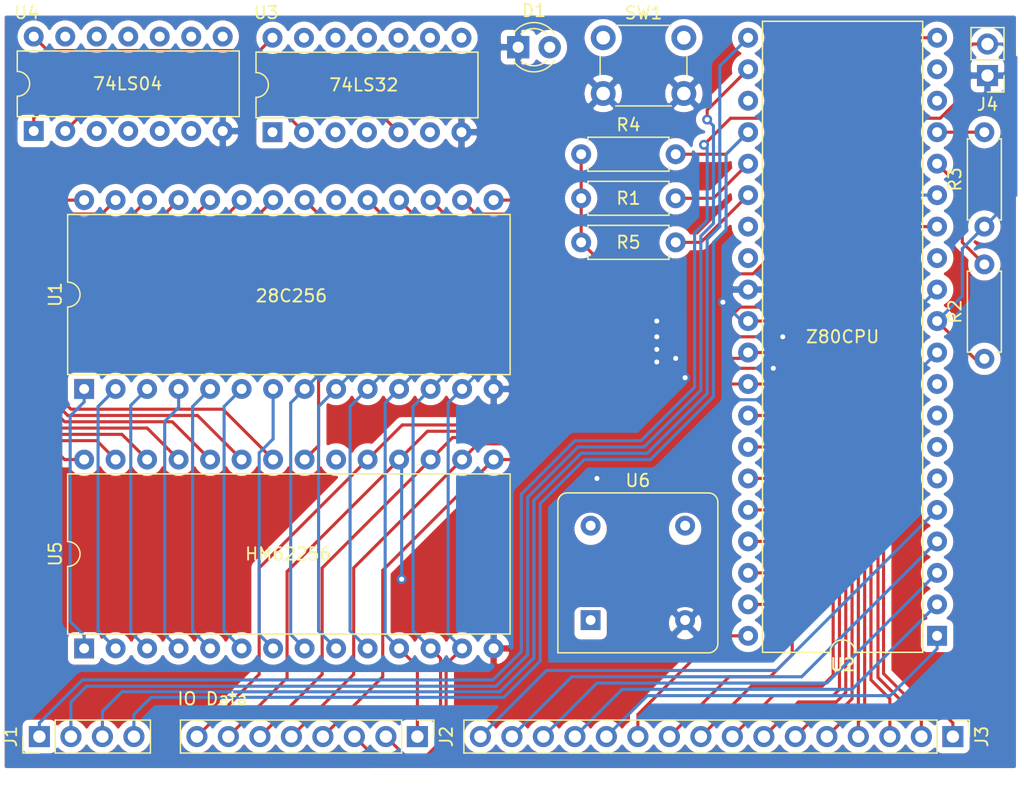
<source format=kicad_pcb>
(kicad_pcb (version 20171130) (host pcbnew 5.1.4)
  (layers (0 F.Cu signal) (31 B.Cu signal) (34 B.Paste user) (35 F.Paste user) (36 B.SilkS user) (37 F.SilkS user) (38 B.Mask user) (39 F.Mask user) (44 Edge.Cuts user))
  (net 0 "")
  (net 1 GND)
  (net 2 "Net-(D1-Pad2)")
  (net 3 IOREQ)
  (net 4 WR)
  (net 5 RD)
  (net 6 "Net-(J2-Pad1)")
  (net 7 "Net-(J2-Pad2)")
  (net 8 "Net-(J2-Pad3)")
  (net 9 "Net-(J2-Pad4)")
  (net 10 "Net-(J2-Pad5)")
  (net 11 "Net-(J2-Pad6)")
  (net 12 "Net-(J2-Pad7)")
  (net 13 "Net-(J2-Pad8)")
  (net 14 "Net-(J3-Pad1)")
  (net 15 "Net-(J3-Pad2)")
  (net 16 "Net-(J3-Pad3)")
  (net 17 "Net-(J3-Pad4)")
  (net 18 "Net-(J3-Pad5)")
  (net 19 "Net-(J3-Pad6)")
  (net 20 "Net-(J3-Pad7)")
  (net 21 "Net-(J3-Pad8)")
  (net 22 "Net-(J3-Pad9)")
  (net 23 "Net-(J3-Pad10)")
  (net 24 "Net-(J3-Pad11)")
  (net 25 "Net-(J3-Pad12)")
  (net 26 "Net-(J3-Pad13)")
  (net 27 "Net-(J3-Pad14)")
  (net 28 "Net-(J3-Pad15)")
  (net 29 A15)
  (net 30 VCC)
  (net 31 BUSREQ)
  (net 32 INT)
  (net 33 NMI)
  (net 34 WAIT)
  (net 35 "Net-(R5-Pad2)")
  (net 36 ROM_Lower)
  (net 37 "Net-(U2-Pad23)")
  (net 38 "Net-(U2-Pad6)")
  (net 39 "Net-(U2-Pad28)")
  (net 40 "Net-(U2-Pad18)")
  (net 41 MREQ)
  (net 42 "Net-(U3-Pad2)")
  (net 43 RAM_Upper)
  (net 44 "Net-(U6-Pad1)")
  (module Package_DIP:DIP-28_W15.24mm (layer F.Cu) (at 80.823001 147.32 90)
    (fp_text reference U5 (at 7.62 -2.33 90) (layer F.SilkS))
    (fp_text value HM62256 (at 7.62 16.458999 180) (layer F.SilkS))
    (pad 1 thru_hole rect (at 0 0 90) (size 1.6 1.6) (drill 0.8) (layers *.Cu *.Mask) (net 28 "Net-(J3-Pad15)"))
    (pad 15 thru_hole oval (at 15.24 33.02 90) (size 1.6 1.6) (drill 0.8) (layers *.Cu *.Mask) (net 9 "Net-(J2-Pad4)"))
    (pad 2 thru_hole oval (at 0 2.54 90) (size 1.6 1.6) (drill 0.8) (layers *.Cu *.Mask) (net 26 "Net-(J3-Pad13)"))
    (pad 16 thru_hole oval (at 15.24 30.48 90) (size 1.6 1.6) (drill 0.8) (layers *.Cu *.Mask) (net 10 "Net-(J2-Pad5)"))
    (pad 3 thru_hole oval (at 0 5.08 90) (size 1.6 1.6) (drill 0.8) (layers *.Cu *.Mask) (net 21 "Net-(J3-Pad8)"))
    (pad 17 thru_hole oval (at 15.24 27.94 90) (size 1.6 1.6) (drill 0.8) (layers *.Cu *.Mask) (net 11 "Net-(J2-Pad6)"))
    (pad 4 thru_hole oval (at 0 7.62 90) (size 1.6 1.6) (drill 0.8) (layers *.Cu *.Mask) (net 20 "Net-(J3-Pad7)"))
    (pad 18 thru_hole oval (at 15.24 25.4 90) (size 1.6 1.6) (drill 0.8) (layers *.Cu *.Mask) (net 12 "Net-(J2-Pad7)"))
    (pad 5 thru_hole oval (at 0 10.16 90) (size 1.6 1.6) (drill 0.8) (layers *.Cu *.Mask) (net 19 "Net-(J3-Pad6)"))
    (pad 19 thru_hole oval (at 15.24 22.86 90) (size 1.6 1.6) (drill 0.8) (layers *.Cu *.Mask) (net 13 "Net-(J2-Pad8)"))
    (pad 6 thru_hole oval (at 0 12.7 90) (size 1.6 1.6) (drill 0.8) (layers *.Cu *.Mask) (net 18 "Net-(J3-Pad5)"))
    (pad 20 thru_hole oval (at 15.24 20.32 90) (size 1.6 1.6) (drill 0.8) (layers *.Cu *.Mask) (net 43 RAM_Upper))
    (pad 7 thru_hole oval (at 0 15.24 90) (size 1.6 1.6) (drill 0.8) (layers *.Cu *.Mask) (net 17 "Net-(J3-Pad4)"))
    (pad 21 thru_hole oval (at 15.24 17.78 90) (size 1.6 1.6) (drill 0.8) (layers *.Cu *.Mask) (net 24 "Net-(J3-Pad11)"))
    (pad 8 thru_hole oval (at 0 17.78 90) (size 1.6 1.6) (drill 0.8) (layers *.Cu *.Mask) (net 16 "Net-(J3-Pad3)"))
    (pad 22 thru_hole oval (at 15.24 15.24 90) (size 1.6 1.6) (drill 0.8) (layers *.Cu *.Mask) (net 5 RD))
    (pad 9 thru_hole oval (at 0 20.32 90) (size 1.6 1.6) (drill 0.8) (layers *.Cu *.Mask) (net 15 "Net-(J3-Pad2)"))
    (pad 23 thru_hole oval (at 15.24 12.7 90) (size 1.6 1.6) (drill 0.8) (layers *.Cu *.Mask) (net 25 "Net-(J3-Pad12)"))
    (pad 10 thru_hole oval (at 0 22.86 90) (size 1.6 1.6) (drill 0.8) (layers *.Cu *.Mask) (net 14 "Net-(J3-Pad1)"))
    (pad 24 thru_hole oval (at 15.24 10.16 90) (size 1.6 1.6) (drill 0.8) (layers *.Cu *.Mask) (net 23 "Net-(J3-Pad10)"))
    (pad 11 thru_hole oval (at 0 25.4 90) (size 1.6 1.6) (drill 0.8) (layers *.Cu *.Mask) (net 6 "Net-(J2-Pad1)"))
    (pad 25 thru_hole oval (at 15.24 7.62 90) (size 1.6 1.6) (drill 0.8) (layers *.Cu *.Mask) (net 22 "Net-(J3-Pad9)"))
    (pad 12 thru_hole oval (at 0 27.94 90) (size 1.6 1.6) (drill 0.8) (layers *.Cu *.Mask) (net 7 "Net-(J2-Pad2)"))
    (pad 26 thru_hole oval (at 15.24 5.08 90) (size 1.6 1.6) (drill 0.8) (layers *.Cu *.Mask) (net 27 "Net-(J3-Pad14)"))
    (pad 13 thru_hole oval (at 0 30.48 90) (size 1.6 1.6) (drill 0.8) (layers *.Cu *.Mask) (net 8 "Net-(J2-Pad3)"))
    (pad 27 thru_hole oval (at 15.24 2.54 90) (size 1.6 1.6) (drill 0.8) (layers *.Cu *.Mask) (net 4 WR))
    (pad 14 thru_hole oval (at 0 33.02 90) (size 1.6 1.6) (drill 0.8) (layers *.Cu *.Mask) (net 1 GND))
    (pad 28 thru_hole oval (at 15.24 0 90) (size 1.6 1.6) (drill 0.8) (layers *.Cu *.Mask) (net 30 VCC))
  )
  (module Connector_PinHeader_2.54mm:PinHeader_1x04_P2.54mm_Vertical (layer F.Cu) (at 77.216 154.432 90)
    (fp_text reference J1 (at 0 -2.33 90) (layer F.SilkS))
    (fp_text value "IO Control")
    (pad 1 thru_hole rect (at 0 0 90) (size 1.7 1.7) (drill 1) (layers *.Cu *.Mask) (net 3 IOREQ))
    (pad 2 thru_hole oval (at 0 2.54 90) (size 1.7 1.7) (drill 1) (layers *.Cu *.Mask) (net 4 WR))
    (pad 3 thru_hole oval (at 0 5.08 90) (size 1.7 1.7) (drill 1) (layers *.Cu *.Mask) (net 5 RD))
    (pad 4 thru_hole oval (at 0 7.62 90) (size 1.7 1.7) (drill 1) (layers *.Cu *.Mask) (net 34 WAIT))
  )
  (module Connector_PinHeader_2.54mm:PinHeader_1x16_P2.54mm_Vertical (layer F.Cu) (at 150.876 154.432 270)
    (fp_text reference J3 (at 0 -2.33 90) (layer F.SilkS))
    (fp_text value "IO Address")
    (pad 16 thru_hole oval (at 0 38.1 270) (size 1.7 1.7) (drill 1) (layers *.Cu *.Mask) (net 29 A15))
    (pad 15 thru_hole oval (at 0 35.56 270) (size 1.7 1.7) (drill 1) (layers *.Cu *.Mask) (net 28 "Net-(J3-Pad15)"))
    (pad 14 thru_hole oval (at 0 33.02 270) (size 1.7 1.7) (drill 1) (layers *.Cu *.Mask) (net 27 "Net-(J3-Pad14)"))
    (pad 13 thru_hole oval (at 0 30.48 270) (size 1.7 1.7) (drill 1) (layers *.Cu *.Mask) (net 26 "Net-(J3-Pad13)"))
    (pad 12 thru_hole oval (at 0 27.94 270) (size 1.7 1.7) (drill 1) (layers *.Cu *.Mask) (net 25 "Net-(J3-Pad12)"))
    (pad 11 thru_hole oval (at 0 25.4 270) (size 1.7 1.7) (drill 1) (layers *.Cu *.Mask) (net 24 "Net-(J3-Pad11)"))
    (pad 10 thru_hole oval (at 0 22.86 270) (size 1.7 1.7) (drill 1) (layers *.Cu *.Mask) (net 23 "Net-(J3-Pad10)"))
    (pad 9 thru_hole oval (at 0 20.32 270) (size 1.7 1.7) (drill 1) (layers *.Cu *.Mask) (net 22 "Net-(J3-Pad9)"))
    (pad 8 thru_hole oval (at 0 17.78 270) (size 1.7 1.7) (drill 1) (layers *.Cu *.Mask) (net 21 "Net-(J3-Pad8)"))
    (pad 7 thru_hole oval (at 0 15.24 270) (size 1.7 1.7) (drill 1) (layers *.Cu *.Mask) (net 20 "Net-(J3-Pad7)"))
    (pad 6 thru_hole oval (at 0 12.7 270) (size 1.7 1.7) (drill 1) (layers *.Cu *.Mask) (net 19 "Net-(J3-Pad6)"))
    (pad 5 thru_hole oval (at 0 10.16 270) (size 1.7 1.7) (drill 1) (layers *.Cu *.Mask) (net 18 "Net-(J3-Pad5)"))
    (pad 4 thru_hole oval (at 0 7.62 270) (size 1.7 1.7) (drill 1) (layers *.Cu *.Mask) (net 17 "Net-(J3-Pad4)"))
    (pad 3 thru_hole oval (at 0 5.08 270) (size 1.7 1.7) (drill 1) (layers *.Cu *.Mask) (net 16 "Net-(J3-Pad3)"))
    (pad 2 thru_hole oval (at 0 2.54 270) (size 1.7 1.7) (drill 1) (layers *.Cu *.Mask) (net 15 "Net-(J3-Pad2)"))
    (pad 1 thru_hole rect (at 0 0 270) (size 1.7 1.7) (drill 1) (layers *.Cu *.Mask) (net 14 "Net-(J3-Pad1)"))
  )
  (module LED_THT:LED_D3.0mm (layer F.Cu) (at 115.824 98.806)
    (fp_text reference D1 (at 1.27 -2.96) (layer F.SilkS))
    (fp_text value LED)
    (pad 2 thru_hole circle (at 2.54 0) (size 1.8 1.8) (drill 0.9) (layers *.Cu *.Mask) (net 2 "Net-(D1-Pad2)"))
    (pad 1 thru_hole rect (at 0 0) (size 1.8 1.8) (drill 0.9) (layers *.Cu *.Mask) (net 1 GND))
  )
  (module Connector_PinHeader_2.54mm:PinHeader_1x08_P2.54mm_Vertical (layer F.Cu) (at 107.696 154.432 270)
    (fp_text reference J2 (at 0 -2.33 90) (layer F.SilkS))
    (fp_text value "IO Data" (at -3.048 16.51 180) (layer F.SilkS))
    (pad 8 thru_hole oval (at 0 17.78 270) (size 1.7 1.7) (drill 1) (layers *.Cu *.Mask) (net 13 "Net-(J2-Pad8)"))
    (pad 7 thru_hole oval (at 0 15.24 270) (size 1.7 1.7) (drill 1) (layers *.Cu *.Mask) (net 12 "Net-(J2-Pad7)"))
    (pad 6 thru_hole oval (at 0 12.7 270) (size 1.7 1.7) (drill 1) (layers *.Cu *.Mask) (net 11 "Net-(J2-Pad6)"))
    (pad 5 thru_hole oval (at 0 10.16 270) (size 1.7 1.7) (drill 1) (layers *.Cu *.Mask) (net 10 "Net-(J2-Pad5)"))
    (pad 4 thru_hole oval (at 0 7.62 270) (size 1.7 1.7) (drill 1) (layers *.Cu *.Mask) (net 9 "Net-(J2-Pad4)"))
    (pad 3 thru_hole oval (at 0 5.08 270) (size 1.7 1.7) (drill 1) (layers *.Cu *.Mask) (net 8 "Net-(J2-Pad3)"))
    (pad 2 thru_hole oval (at 0 2.54 270) (size 1.7 1.7) (drill 1) (layers *.Cu *.Mask) (net 7 "Net-(J2-Pad2)"))
    (pad 1 thru_hole rect (at 0 0 270) (size 1.7 1.7) (drill 1) (layers *.Cu *.Mask) (net 6 "Net-(J2-Pad1)"))
  )
  (module Connector_PinHeader_2.54mm:PinHeader_1x02_P2.54mm_Vertical (layer F.Cu) (at 153.67 101.092 180)
    (fp_text reference J4 (at 0 -2.33) (layer F.SilkS))
    (fp_text value Power)
    (pad 1 thru_hole rect (at 0 0 180) (size 1.7 1.7) (drill 1) (layers *.Cu *.Mask) (net 1 GND))
    (pad 2 thru_hole oval (at 0 2.54 180) (size 1.7 1.7) (drill 1) (layers *.Cu *.Mask) (net 30 VCC))
  )
  (module Resistor_THT:R_Axial_DIN0207_L6.3mm_D2.5mm_P7.62mm_Horizontal (layer F.Cu) (at 120.904 110.998)
    (fp_text reference R1 (at 3.81 0) (layer F.SilkS))
    (fp_text value 10k)
    (pad 1 thru_hole circle (at 0 0) (size 1.6 1.6) (drill 0.8) (layers *.Cu *.Mask) (net 30 VCC))
    (pad 2 thru_hole oval (at 7.62 0) (size 1.6 1.6) (drill 0.8) (layers *.Cu *.Mask) (net 31 BUSREQ))
  )
  (module Resistor_THT:R_Axial_DIN0207_L6.3mm_D2.5mm_P7.62mm_Horizontal (layer F.Cu) (at 153.416 123.952 90)
    (fp_text reference R2 (at 3.81 -2.37 90) (layer F.SilkS))
    (fp_text value 10k)
    (pad 1 thru_hole circle (at 0 0 90) (size 1.6 1.6) (drill 0.8) (layers *.Cu *.Mask) (net 30 VCC))
    (pad 2 thru_hole oval (at 7.62 0 90) (size 1.6 1.6) (drill 0.8) (layers *.Cu *.Mask) (net 32 INT))
  )
  (module Resistor_THT:R_Axial_DIN0207_L6.3mm_D2.5mm_P7.62mm_Horizontal (layer F.Cu) (at 153.416 113.284 90)
    (fp_text reference R3 (at 3.81 -2.37 90) (layer F.SilkS))
    (fp_text value 10k)
    (pad 2 thru_hole oval (at 7.62 0 90) (size 1.6 1.6) (drill 0.8) (layers *.Cu *.Mask) (net 33 NMI))
    (pad 1 thru_hole circle (at 0 0 90) (size 1.6 1.6) (drill 0.8) (layers *.Cu *.Mask) (net 30 VCC))
  )
  (module Resistor_THT:R_Axial_DIN0207_L6.3mm_D2.5mm_P7.62mm_Horizontal (layer F.Cu) (at 120.904 107.442)
    (fp_text reference R4 (at 3.81 -2.37) (layer F.SilkS))
    (fp_text value 10k)
    (pad 2 thru_hole oval (at 7.62 0) (size 1.6 1.6) (drill 0.8) (layers *.Cu *.Mask) (net 34 WAIT))
    (pad 1 thru_hole circle (at 0 0) (size 1.6 1.6) (drill 0.8) (layers *.Cu *.Mask) (net 30 VCC))
  )
  (module Resistor_THT:R_Axial_DIN0207_L6.3mm_D2.5mm_P7.62mm_Horizontal (layer F.Cu) (at 120.904 114.554)
    (fp_text reference R5 (at 3.81 0) (layer F.SilkS))
    (fp_text value 10k)
    (pad 1 thru_hole circle (at 0 0) (size 1.6 1.6) (drill 0.8) (layers *.Cu *.Mask) (net 30 VCC))
    (pad 2 thru_hole oval (at 7.62 0) (size 1.6 1.6) (drill 0.8) (layers *.Cu *.Mask) (net 35 "Net-(R5-Pad2)"))
  )
  (module Button_Switch_THT:SW_PUSH_6mm (layer F.Cu) (at 122.682 98.044)
    (fp_text reference SW1 (at 3.25 -2) (layer F.SilkS))
    (fp_text value SW_Push)
    (pad 1 thru_hole circle (at 6.5 0 90) (size 2 2) (drill 1.1) (layers *.Cu *.Mask) (net 35 "Net-(R5-Pad2)"))
    (pad 2 thru_hole circle (at 6.5 4.5 90) (size 2 2) (drill 1.1) (layers *.Cu *.Mask) (net 1 GND))
    (pad 1 thru_hole circle (at 0 0 90) (size 2 2) (drill 1.1) (layers *.Cu *.Mask) (net 35 "Net-(R5-Pad2)"))
    (pad 2 thru_hole circle (at 0 4.5 90) (size 2 2) (drill 1.1) (layers *.Cu *.Mask) (net 1 GND))
  )
  (module Package_DIP:DIP-28_W15.24mm (layer F.Cu) (at 80.823001 126.384999 90)
    (fp_text reference U1 (at 7.62 -2.33 90) (layer F.SilkS))
    (fp_text value 28C256 (at 7.512999 16.712999 180) (layer F.SilkS))
    (pad 28 thru_hole oval (at 15.24 0 90) (size 1.6 1.6) (drill 0.8) (layers *.Cu *.Mask) (net 30 VCC))
    (pad 14 thru_hole oval (at 0 33.02 90) (size 1.6 1.6) (drill 0.8) (layers *.Cu *.Mask) (net 1 GND))
    (pad 27 thru_hole oval (at 15.24 2.54 90) (size 1.6 1.6) (drill 0.8) (layers *.Cu *.Mask) (net 4 WR))
    (pad 13 thru_hole oval (at 0 30.48 90) (size 1.6 1.6) (drill 0.8) (layers *.Cu *.Mask) (net 8 "Net-(J2-Pad3)"))
    (pad 26 thru_hole oval (at 15.24 5.08 90) (size 1.6 1.6) (drill 0.8) (layers *.Cu *.Mask) (net 27 "Net-(J3-Pad14)"))
    (pad 12 thru_hole oval (at 0 27.94 90) (size 1.6 1.6) (drill 0.8) (layers *.Cu *.Mask) (net 7 "Net-(J2-Pad2)"))
    (pad 25 thru_hole oval (at 15.24 7.62 90) (size 1.6 1.6) (drill 0.8) (layers *.Cu *.Mask) (net 22 "Net-(J3-Pad9)"))
    (pad 11 thru_hole oval (at 0 25.4 90) (size 1.6 1.6) (drill 0.8) (layers *.Cu *.Mask) (net 6 "Net-(J2-Pad1)"))
    (pad 24 thru_hole oval (at 15.24 10.16 90) (size 1.6 1.6) (drill 0.8) (layers *.Cu *.Mask) (net 23 "Net-(J3-Pad10)"))
    (pad 10 thru_hole oval (at 0 22.86 90) (size 1.6 1.6) (drill 0.8) (layers *.Cu *.Mask) (net 14 "Net-(J3-Pad1)"))
    (pad 23 thru_hole oval (at 15.24 12.7 90) (size 1.6 1.6) (drill 0.8) (layers *.Cu *.Mask) (net 25 "Net-(J3-Pad12)"))
    (pad 9 thru_hole oval (at 0 20.32 90) (size 1.6 1.6) (drill 0.8) (layers *.Cu *.Mask) (net 15 "Net-(J3-Pad2)"))
    (pad 22 thru_hole oval (at 15.24 15.24 90) (size 1.6 1.6) (drill 0.8) (layers *.Cu *.Mask) (net 5 RD))
    (pad 8 thru_hole oval (at 0 17.78 90) (size 1.6 1.6) (drill 0.8) (layers *.Cu *.Mask) (net 16 "Net-(J3-Pad3)"))
    (pad 21 thru_hole oval (at 15.24 17.78 90) (size 1.6 1.6) (drill 0.8) (layers *.Cu *.Mask) (net 24 "Net-(J3-Pad11)"))
    (pad 7 thru_hole oval (at 0 15.24 90) (size 1.6 1.6) (drill 0.8) (layers *.Cu *.Mask) (net 17 "Net-(J3-Pad4)"))
    (pad 20 thru_hole oval (at 15.24 20.32 90) (size 1.6 1.6) (drill 0.8) (layers *.Cu *.Mask) (net 36 ROM_Lower))
    (pad 6 thru_hole oval (at 0 12.7 90) (size 1.6 1.6) (drill 0.8) (layers *.Cu *.Mask) (net 18 "Net-(J3-Pad5)"))
    (pad 19 thru_hole oval (at 15.24 22.86 90) (size 1.6 1.6) (drill 0.8) (layers *.Cu *.Mask) (net 13 "Net-(J2-Pad8)"))
    (pad 5 thru_hole oval (at 0 10.16 90) (size 1.6 1.6) (drill 0.8) (layers *.Cu *.Mask) (net 19 "Net-(J3-Pad6)"))
    (pad 18 thru_hole oval (at 15.24 25.4 90) (size 1.6 1.6) (drill 0.8) (layers *.Cu *.Mask) (net 12 "Net-(J2-Pad7)"))
    (pad 4 thru_hole oval (at 0 7.62 90) (size 1.6 1.6) (drill 0.8) (layers *.Cu *.Mask) (net 20 "Net-(J3-Pad7)"))
    (pad 17 thru_hole oval (at 15.24 27.94 90) (size 1.6 1.6) (drill 0.8) (layers *.Cu *.Mask) (net 11 "Net-(J2-Pad6)"))
    (pad 3 thru_hole oval (at 0 5.08 90) (size 1.6 1.6) (drill 0.8) (layers *.Cu *.Mask) (net 21 "Net-(J3-Pad8)"))
    (pad 16 thru_hole oval (at 15.24 30.48 90) (size 1.6 1.6) (drill 0.8) (layers *.Cu *.Mask) (net 10 "Net-(J2-Pad5)"))
    (pad 2 thru_hole oval (at 0 2.54 90) (size 1.6 1.6) (drill 0.8) (layers *.Cu *.Mask) (net 26 "Net-(J3-Pad13)"))
    (pad 15 thru_hole oval (at 15.24 33.02 90) (size 1.6 1.6) (drill 0.8) (layers *.Cu *.Mask) (net 9 "Net-(J2-Pad4)"))
    (pad 1 thru_hole rect (at 0 0 90) (size 1.6 1.6) (drill 0.8) (layers *.Cu *.Mask) (net 28 "Net-(J3-Pad15)"))
  )
  (module Package_DIP:DIP-40_W15.24mm (layer F.Cu) (at 149.606 146.304 180)
    (fp_text reference U2 (at 7.62 -2.33) (layer F.SilkS))
    (fp_text value Z80CPU (at 7.62 24.13 180) (layer F.SilkS))
    (pad 1 thru_hole rect (at 0 0 180) (size 1.6 1.6) (drill 0.8) (layers *.Cu *.Mask) (net 25 "Net-(J3-Pad12)"))
    (pad 21 thru_hole oval (at 15.24 48.26 180) (size 1.6 1.6) (drill 0.8) (layers *.Cu *.Mask) (net 5 RD))
    (pad 2 thru_hole oval (at 0 2.54 180) (size 1.6 1.6) (drill 0.8) (layers *.Cu *.Mask) (net 26 "Net-(J3-Pad13)"))
    (pad 22 thru_hole oval (at 15.24 45.72 180) (size 1.6 1.6) (drill 0.8) (layers *.Cu *.Mask) (net 4 WR))
    (pad 3 thru_hole oval (at 0 5.08 180) (size 1.6 1.6) (drill 0.8) (layers *.Cu *.Mask) (net 27 "Net-(J3-Pad14)"))
    (pad 23 thru_hole oval (at 15.24 43.18 180) (size 1.6 1.6) (drill 0.8) (layers *.Cu *.Mask) (net 37 "Net-(U2-Pad23)"))
    (pad 4 thru_hole oval (at 0 7.62 180) (size 1.6 1.6) (drill 0.8) (layers *.Cu *.Mask) (net 28 "Net-(J3-Pad15)"))
    (pad 24 thru_hole oval (at 15.24 40.64 180) (size 1.6 1.6) (drill 0.8) (layers *.Cu *.Mask) (net 34 WAIT))
    (pad 5 thru_hole oval (at 0 10.16 180) (size 1.6 1.6) (drill 0.8) (layers *.Cu *.Mask) (net 29 A15))
    (pad 25 thru_hole oval (at 15.24 38.1 180) (size 1.6 1.6) (drill 0.8) (layers *.Cu *.Mask) (net 31 BUSREQ))
    (pad 6 thru_hole oval (at 0 12.7 180) (size 1.6 1.6) (drill 0.8) (layers *.Cu *.Mask) (net 38 "Net-(U2-Pad6)"))
    (pad 26 thru_hole oval (at 15.24 35.56 180) (size 1.6 1.6) (drill 0.8) (layers *.Cu *.Mask) (net 35 "Net-(R5-Pad2)"))
    (pad 7 thru_hole oval (at 0 15.24 180) (size 1.6 1.6) (drill 0.8) (layers *.Cu *.Mask) (net 10 "Net-(J2-Pad5)"))
    (pad 27 thru_hole oval (at 15.24 33.02 180) (size 1.6 1.6) (drill 0.8) (layers *.Cu *.Mask) (net 2 "Net-(D1-Pad2)"))
    (pad 8 thru_hole oval (at 0 17.78 180) (size 1.6 1.6) (drill 0.8) (layers *.Cu *.Mask) (net 9 "Net-(J2-Pad4)"))
    (pad 28 thru_hole oval (at 15.24 30.48 180) (size 1.6 1.6) (drill 0.8) (layers *.Cu *.Mask) (net 39 "Net-(U2-Pad28)"))
    (pad 9 thru_hole oval (at 0 20.32 180) (size 1.6 1.6) (drill 0.8) (layers *.Cu *.Mask) (net 11 "Net-(J2-Pad6)"))
    (pad 29 thru_hole oval (at 15.24 27.94 180) (size 1.6 1.6) (drill 0.8) (layers *.Cu *.Mask) (net 1 GND))
    (pad 10 thru_hole oval (at 0 22.86 180) (size 1.6 1.6) (drill 0.8) (layers *.Cu *.Mask) (net 12 "Net-(J2-Pad7)"))
    (pad 30 thru_hole oval (at 15.24 25.4 180) (size 1.6 1.6) (drill 0.8) (layers *.Cu *.Mask) (net 14 "Net-(J3-Pad1)"))
    (pad 11 thru_hole oval (at 0 25.4 180) (size 1.6 1.6) (drill 0.8) (layers *.Cu *.Mask) (net 30 VCC))
    (pad 31 thru_hole oval (at 15.24 22.86 180) (size 1.6 1.6) (drill 0.8) (layers *.Cu *.Mask) (net 15 "Net-(J3-Pad2)"))
    (pad 12 thru_hole oval (at 0 27.94 180) (size 1.6 1.6) (drill 0.8) (layers *.Cu *.Mask) (net 8 "Net-(J2-Pad3)"))
    (pad 32 thru_hole oval (at 15.24 20.32 180) (size 1.6 1.6) (drill 0.8) (layers *.Cu *.Mask) (net 16 "Net-(J3-Pad3)"))
    (pad 13 thru_hole oval (at 0 30.48 180) (size 1.6 1.6) (drill 0.8) (layers *.Cu *.Mask) (net 13 "Net-(J2-Pad8)"))
    (pad 33 thru_hole oval (at 15.24 17.78 180) (size 1.6 1.6) (drill 0.8) (layers *.Cu *.Mask) (net 17 "Net-(J3-Pad4)"))
    (pad 14 thru_hole oval (at 0 33.02 180) (size 1.6 1.6) (drill 0.8) (layers *.Cu *.Mask) (net 6 "Net-(J2-Pad1)"))
    (pad 34 thru_hole oval (at 15.24 15.24 180) (size 1.6 1.6) (drill 0.8) (layers *.Cu *.Mask) (net 18 "Net-(J3-Pad5)"))
    (pad 15 thru_hole oval (at 0 35.56 180) (size 1.6 1.6) (drill 0.8) (layers *.Cu *.Mask) (net 7 "Net-(J2-Pad2)"))
    (pad 35 thru_hole oval (at 15.24 12.7 180) (size 1.6 1.6) (drill 0.8) (layers *.Cu *.Mask) (net 19 "Net-(J3-Pad6)"))
    (pad 16 thru_hole oval (at 0 38.1 180) (size 1.6 1.6) (drill 0.8) (layers *.Cu *.Mask) (net 32 INT))
    (pad 36 thru_hole oval (at 15.24 10.16 180) (size 1.6 1.6) (drill 0.8) (layers *.Cu *.Mask) (net 20 "Net-(J3-Pad7)"))
    (pad 17 thru_hole oval (at 0 40.64 180) (size 1.6 1.6) (drill 0.8) (layers *.Cu *.Mask) (net 33 NMI))
    (pad 37 thru_hole oval (at 15.24 7.62 180) (size 1.6 1.6) (drill 0.8) (layers *.Cu *.Mask) (net 21 "Net-(J3-Pad8)"))
    (pad 18 thru_hole oval (at 0 43.18 180) (size 1.6 1.6) (drill 0.8) (layers *.Cu *.Mask) (net 40 "Net-(U2-Pad18)"))
    (pad 38 thru_hole oval (at 15.24 5.08 180) (size 1.6 1.6) (drill 0.8) (layers *.Cu *.Mask) (net 22 "Net-(J3-Pad9)"))
    (pad 19 thru_hole oval (at 0 45.72 180) (size 1.6 1.6) (drill 0.8) (layers *.Cu *.Mask) (net 41 MREQ))
    (pad 39 thru_hole oval (at 15.24 2.54 180) (size 1.6 1.6) (drill 0.8) (layers *.Cu *.Mask) (net 23 "Net-(J3-Pad10)"))
    (pad 20 thru_hole oval (at 0 48.26 180) (size 1.6 1.6) (drill 0.8) (layers *.Cu *.Mask) (net 3 IOREQ))
    (pad 40 thru_hole oval (at 15.24 0 180) (size 1.6 1.6) (drill 0.8) (layers *.Cu *.Mask) (net 24 "Net-(J3-Pad11)"))
  )
  (module Package_DIP:DIP-14_W7.62mm (layer F.Cu) (at 96.012 105.664 90)
    (fp_text reference U3 (at 9.652 -0.508 180) (layer F.SilkS))
    (fp_text value 74LS32 (at 3.81 7.366 180) (layer F.SilkS))
    (pad 14 thru_hole oval (at 7.62 0 90) (size 1.6 1.6) (drill 0.8) (layers *.Cu *.Mask) (net 30 VCC))
    (pad 7 thru_hole oval (at 0 15.24 90) (size 1.6 1.6) (drill 0.8) (layers *.Cu *.Mask) (net 1 GND))
    (pad 13 thru_hole oval (at 7.62 2.54 90) (size 1.6 1.6) (drill 0.8) (layers *.Cu *.Mask))
    (pad 6 thru_hole oval (at 0 12.7 90) (size 1.6 1.6) (drill 0.8) (layers *.Cu *.Mask) (net 36 ROM_Lower))
    (pad 12 thru_hole oval (at 7.62 5.08 90) (size 1.6 1.6) (drill 0.8) (layers *.Cu *.Mask))
    (pad 5 thru_hole oval (at 0 10.16 90) (size 1.6 1.6) (drill 0.8) (layers *.Cu *.Mask) (net 29 A15))
    (pad 11 thru_hole oval (at 7.62 7.62 90) (size 1.6 1.6) (drill 0.8) (layers *.Cu *.Mask))
    (pad 4 thru_hole oval (at 0 7.62 90) (size 1.6 1.6) (drill 0.8) (layers *.Cu *.Mask) (net 41 MREQ))
    (pad 10 thru_hole oval (at 7.62 10.16 90) (size 1.6 1.6) (drill 0.8) (layers *.Cu *.Mask))
    (pad 3 thru_hole oval (at 0 5.08 90) (size 1.6 1.6) (drill 0.8) (layers *.Cu *.Mask) (net 43 RAM_Upper))
    (pad 9 thru_hole oval (at 7.62 12.7 90) (size 1.6 1.6) (drill 0.8) (layers *.Cu *.Mask))
    (pad 2 thru_hole oval (at 0 2.54 90) (size 1.6 1.6) (drill 0.8) (layers *.Cu *.Mask) (net 42 "Net-(U3-Pad2)"))
    (pad 8 thru_hole oval (at 7.62 15.24 90) (size 1.6 1.6) (drill 0.8) (layers *.Cu *.Mask))
    (pad 1 thru_hole rect (at 0 0 90) (size 1.6 1.6) (drill 0.8) (layers *.Cu *.Mask) (net 41 MREQ))
  )
  (module Package_DIP:DIP-14_W7.62mm (layer F.Cu) (at 76.759001 105.570999 90)
    (fp_text reference U4 (at 9.558999 -0.559001 180) (layer F.SilkS))
    (fp_text value 74LS04 (at 3.81 7.568999 180) (layer F.SilkS))
    (pad 1 thru_hole rect (at 0 0 90) (size 1.6 1.6) (drill 0.8) (layers *.Cu *.Mask) (net 29 A15))
    (pad 8 thru_hole oval (at 7.62 15.24 90) (size 1.6 1.6) (drill 0.8) (layers *.Cu *.Mask))
    (pad 2 thru_hole oval (at 0 2.54 90) (size 1.6 1.6) (drill 0.8) (layers *.Cu *.Mask) (net 42 "Net-(U3-Pad2)"))
    (pad 9 thru_hole oval (at 7.62 12.7 90) (size 1.6 1.6) (drill 0.8) (layers *.Cu *.Mask))
    (pad 3 thru_hole oval (at 0 5.08 90) (size 1.6 1.6) (drill 0.8) (layers *.Cu *.Mask))
    (pad 10 thru_hole oval (at 7.62 10.16 90) (size 1.6 1.6) (drill 0.8) (layers *.Cu *.Mask))
    (pad 4 thru_hole oval (at 0 7.62 90) (size 1.6 1.6) (drill 0.8) (layers *.Cu *.Mask))
    (pad 11 thru_hole oval (at 7.62 7.62 90) (size 1.6 1.6) (drill 0.8) (layers *.Cu *.Mask))
    (pad 5 thru_hole oval (at 0 10.16 90) (size 1.6 1.6) (drill 0.8) (layers *.Cu *.Mask))
    (pad 12 thru_hole oval (at 7.62 5.08 90) (size 1.6 1.6) (drill 0.8) (layers *.Cu *.Mask))
    (pad 6 thru_hole oval (at 0 12.7 90) (size 1.6 1.6) (drill 0.8) (layers *.Cu *.Mask))
    (pad 13 thru_hole oval (at 7.62 2.54 90) (size 1.6 1.6) (drill 0.8) (layers *.Cu *.Mask))
    (pad 7 thru_hole oval (at 0 15.24 90) (size 1.6 1.6) (drill 0.8) (layers *.Cu *.Mask) (net 1 GND))
    (pad 14 thru_hole oval (at 7.62 0 90) (size 1.6 1.6) (drill 0.8) (layers *.Cu *.Mask) (net 30 VCC))
  )
  (module Oscillator:Oscillator_DIP-8 (layer F.Cu) (at 121.666 145.034)
    (fp_text reference U6 (at 3.81 -11.26) (layer F.SilkS))
    (fp_text value xtal_oscillator)
    (pad 4 thru_hole circle (at 7.62 0) (size 1.6 1.6) (drill 0.8) (layers *.Cu *.Mask) (net 1 GND))
    (pad 5 thru_hole circle (at 7.62 -7.62) (size 1.6 1.6) (drill 0.8) (layers *.Cu *.Mask) (net 38 "Net-(U2-Pad6)"))
    (pad 8 thru_hole circle (at 0 -7.62) (size 1.6 1.6) (drill 0.8) (layers *.Cu *.Mask) (net 30 VCC))
    (pad 1 thru_hole rect (at 0 0) (size 1.6 1.6) (drill 0.8) (layers *.Cu *.Mask) (net 44 "Net-(U6-Pad1)"))
  )
  (segment (start 77.216 153.332) (end 80.688 149.86) (width 0.25) (layer B.Cu) (net 3))
  (segment (start 77.216 154.432) (end 77.216 153.332) (width 0.25) (layer B.Cu) (net 3))
  (segment (start 80.688 149.86) (end 90.424 149.86) (width 0.25) (layer B.Cu) (net 3))
  (segment (start 90.424 149.86) (end 109.982 149.86) (width 0.25) (layer B.Cu) (net 3))
  (segment (start 109.982 149.86) (end 113.792 149.86) (width 0.25) (layer B.Cu) (net 3))
  (segment (start 113.792 149.86) (end 116.078 147.574) (width 0.25) (layer B.Cu) (net 3))
  (segment (start 116.078 147.574) (end 116.078 136.398) (width 0.25) (layer B.Cu) (net 3))
  (segment (start 116.078 136.398) (end 116.078 134.874) (width 0.25) (layer B.Cu) (net 3))
  (segment (start 116.078 134.874) (end 120.396 130.556) (width 0.25) (layer B.Cu) (net 3))
  (segment (start 120.396 130.556) (end 124.206 130.556) (width 0.25) (layer B.Cu) (net 3))
  (segment (start 124.206 130.556) (end 125.73 130.556) (width 0.25) (layer B.Cu) (net 3))
  (segment (start 125.73 130.556) (end 128.27 128.016) (width 0.25) (layer B.Cu) (net 3))
  (segment (start 128.27 128.016) (end 129.286 127) (width 0.25) (layer B.Cu) (net 3))
  (segment (start 129.286 127) (end 130.048 126.238) (width 0.25) (layer B.Cu) (net 3))
  (segment (start 130.048 126.238) (end 130.048 122.428) (width 0.25) (layer B.Cu) (net 3))
  (segment (start 130.048 122.428) (end 130.048 114.808) (width 0.25) (layer B.Cu) (net 3))
  (segment (start 130.048 114.808) (end 130.048 113.792) (width 0.25) (layer B.Cu) (net 3))
  (segment (start 130.048 113.792) (end 130.302 113.538) (width 0.25) (layer B.Cu) (net 3))
  (segment (start 130.302 113.538) (end 131.064 112.776) (width 0.25) (layer B.Cu) (net 3))
  (segment (start 131.064 112.776) (end 131.064 109.982) (width 0.25) (layer B.Cu) (net 3))
  (via (at 130.81 106.68) (size 0.8) (drill 0.4) (layers F.Cu B.Cu) (net 3))
  (segment (start 131.064 109.982) (end 131.064 106.934) (width 0.25) (layer B.Cu) (net 3))
  (segment (start 131.064 106.934) (end 130.81 106.68) (width 0.25) (layer B.Cu) (net 3))
  (segment (start 145.034 98.044) (end 149.606 98.044) (width 0.25) (layer F.Cu) (net 3))
  (segment (start 138.539001 104.538999) (end 145.034 98.044) (width 0.25) (layer F.Cu) (net 3))
  (segment (start 130.81 106.68) (end 132.951001 104.538999) (width 0.25) (layer F.Cu) (net 3))
  (segment (start 132.951001 104.538999) (end 138.539001 104.538999) (width 0.25) (layer F.Cu) (net 3))
  (segment (start 81.839001 130.556) (end 83.363001 132.08) (width 0.25) (layer F.Cu) (net 4))
  (segment (start 78.486 130.556) (end 81.839001 130.556) (width 0.25) (layer F.Cu) (net 4))
  (segment (start 76.2 128.27) (end 78.486 130.556) (width 0.25) (layer F.Cu) (net 4))
  (segment (start 76.2 114.3) (end 76.2 128.27) (width 0.25) (layer F.Cu) (net 4))
  (segment (start 78.23 112.27) (end 76.2 114.3) (width 0.25) (layer F.Cu) (net 4))
  (segment (start 83.363001 111.144999) (end 82.238 112.27) (width 0.25) (layer F.Cu) (net 4))
  (segment (start 82.238 112.27) (end 78.23 112.27) (width 0.25) (layer F.Cu) (net 4))
  (segment (start 79.756 154.432) (end 79.756 151.638) (width 0.25) (layer B.Cu) (net 4))
  (segment (start 79.756 151.638) (end 81.026 150.368) (width 0.25) (layer B.Cu) (net 4))
  (segment (start 81.026 150.368) (end 90.424 150.368) (width 0.25) (layer B.Cu) (net 4))
  (segment (start 90.424 150.368) (end 114.046 150.368) (width 0.25) (layer B.Cu) (net 4))
  (segment (start 114.046 150.368) (end 116.586 147.828) (width 0.25) (layer B.Cu) (net 4))
  (segment (start 116.586 147.828) (end 116.586 135.128) (width 0.25) (layer B.Cu) (net 4))
  (segment (start 116.586 135.128) (end 120.65 131.064) (width 0.25) (layer B.Cu) (net 4))
  (segment (start 120.65 131.064) (end 124.206 131.064) (width 0.25) (layer B.Cu) (net 4))
  (segment (start 124.206 131.064) (end 125.984 131.064) (width 0.25) (layer B.Cu) (net 4))
  (segment (start 125.984 131.064) (end 130.556 126.492) (width 0.25) (layer B.Cu) (net 4))
  (segment (start 130.556 126.492) (end 130.556 116.332) (width 0.25) (layer B.Cu) (net 4))
  (segment (start 130.556 116.332) (end 130.556 114.046) (width 0.25) (layer B.Cu) (net 4))
  (segment (start 130.556 114.046) (end 131.318 113.284) (width 0.25) (layer B.Cu) (net 4))
  (segment (start 131.318 113.284) (end 131.572 113.03) (width 0.25) (layer B.Cu) (net 4))
  (segment (start 131.572 113.03) (end 131.572 105.918) (width 0.25) (layer B.Cu) (net 4))
  (via (at 131.064 104.648) (size 0.8) (drill 0.4) (layers F.Cu B.Cu) (net 4))
  (segment (start 131.572 105.918) (end 131.572 105.156) (width 0.25) (layer B.Cu) (net 4))
  (segment (start 131.572 105.156) (end 131.064 104.648) (width 0.25) (layer B.Cu) (net 4))
  (segment (start 131.064 103.886) (end 134.366 100.584) (width 0.25) (layer F.Cu) (net 4))
  (segment (start 131.064 104.648) (end 131.064 103.886) (width 0.25) (layer F.Cu) (net 4))
  (segment (start 78.74 127) (end 79.756 128.016) (width 0.25) (layer F.Cu) (net 5))
  (segment (start 91.999001 128.016) (end 96.063001 132.08) (width 0.25) (layer F.Cu) (net 5))
  (segment (start 79.756 128.016) (end 91.999001 128.016) (width 0.25) (layer F.Cu) (net 5))
  (segment (start 78.74 115.57) (end 78.74 127) (width 0.25) (layer F.Cu) (net 5))
  (segment (start 79.502 114.808) (end 78.74 115.57) (width 0.25) (layer F.Cu) (net 5))
  (segment (start 96.063001 111.144999) (end 92.4 114.808) (width 0.25) (layer F.Cu) (net 5))
  (segment (start 92.4 114.808) (end 79.502 114.808) (width 0.25) (layer F.Cu) (net 5))
  (segment (start 132.08 100.33) (end 134.366 98.044) (width 0.25) (layer B.Cu) (net 5))
  (segment (start 117.094 148.082) (end 117.094 135.382) (width 0.25) (layer B.Cu) (net 5))
  (segment (start 82.296 154.432) (end 82.296 152.4) (width 0.25) (layer B.Cu) (net 5))
  (segment (start 83.87799 150.81801) (end 114.35799 150.81801) (width 0.25) (layer B.Cu) (net 5))
  (segment (start 120.904 131.572) (end 126.238 131.572) (width 0.25) (layer B.Cu) (net 5))
  (segment (start 131.064 114.3) (end 132.08 113.284) (width 0.25) (layer B.Cu) (net 5))
  (segment (start 82.296 152.4) (end 83.87799 150.81801) (width 0.25) (layer B.Cu) (net 5))
  (segment (start 117.094 135.382) (end 120.904 131.572) (width 0.25) (layer B.Cu) (net 5))
  (segment (start 126.238 131.572) (end 131.064 126.746) (width 0.25) (layer B.Cu) (net 5))
  (segment (start 114.35799 150.81801) (end 117.094 148.082) (width 0.25) (layer B.Cu) (net 5))
  (segment (start 131.064 126.746) (end 131.064 114.3) (width 0.25) (layer B.Cu) (net 5))
  (segment (start 132.08 113.284) (end 132.08 100.33) (width 0.25) (layer B.Cu) (net 5))
  (segment (start 105.098 146.194999) (end 105.423002 146.520001) (width 0.25) (layer B.Cu) (net 6))
  (segment (start 105.423002 146.520001) (end 106.223001 147.32) (width 0.25) (layer B.Cu) (net 6))
  (segment (start 105.098 127.51) (end 105.098 146.194999) (width 0.25) (layer B.Cu) (net 6))
  (segment (start 106.223001 126.384999) (end 105.098 127.51) (width 0.25) (layer B.Cu) (net 6))
  (segment (start 107.696 148.792999) (end 106.223001 147.32) (width 0.25) (layer F.Cu) (net 6))
  (segment (start 107.696 154.432) (end 107.696 148.792999) (width 0.25) (layer F.Cu) (net 6))
  (segment (start 106.223001 126.384999) (end 110.434 122.174) (width 0.25) (layer B.Cu) (net 6))
  (via (at 127 122.174) (size 0.8) (drill 0.4) (layers F.Cu B.Cu) (net 6))
  (segment (start 110.434 122.174) (end 127 122.174) (width 0.25) (layer B.Cu) (net 6))
  (segment (start 127 122.174) (end 131.318 122.174) (width 0.25) (layer F.Cu) (net 6))
  (segment (start 133.713001 119.778999) (end 138.793001 119.778999) (width 0.25) (layer F.Cu) (net 6))
  (segment (start 131.318 122.174) (end 133.713001 119.778999) (width 0.25) (layer F.Cu) (net 6))
  (segment (start 145.288 113.284) (end 149.606 113.284) (width 0.25) (layer F.Cu) (net 6))
  (segment (start 138.793001 119.778999) (end 145.288 113.284) (width 0.25) (layer F.Cu) (net 6))
  (segment (start 107.348002 145.905001) (end 107.963002 146.520001) (width 0.25) (layer B.Cu) (net 7))
  (segment (start 107.348002 127.799998) (end 107.348002 145.905001) (width 0.25) (layer B.Cu) (net 7))
  (segment (start 107.963002 146.520001) (end 108.763001 147.32) (width 0.25) (layer B.Cu) (net 7))
  (segment (start 108.763001 126.384999) (end 107.348002 127.799998) (width 0.25) (layer B.Cu) (net 7))
  (segment (start 105.156 154.432) (end 106.68 155.956) (width 0.25) (layer F.Cu) (net 7))
  (segment (start 109.563 154.850002) (end 109.563 148.119999) (width 0.25) (layer F.Cu) (net 7))
  (segment (start 108.457002 155.956) (end 109.563 154.850002) (width 0.25) (layer F.Cu) (net 7))
  (segment (start 109.563 148.119999) (end 108.763001 147.32) (width 0.25) (layer F.Cu) (net 7))
  (segment (start 106.68 155.956) (end 108.457002 155.956) (width 0.25) (layer F.Cu) (net 7))
  (via (at 127 123.19) (size 0.8) (drill 0.4) (layers F.Cu B.Cu) (net 7))
  (segment (start 108.763001 126.384999) (end 111.958 123.19) (width 0.25) (layer B.Cu) (net 7))
  (segment (start 111.958 123.19) (end 127 123.19) (width 0.25) (layer B.Cu) (net 7))
  (segment (start 127 123.19) (end 132.08 123.19) (width 0.25) (layer F.Cu) (net 7))
  (via (at 137.16 122.174) (size 0.8) (drill 0.4) (layers F.Cu B.Cu) (net 7))
  (segment (start 132.08 123.19) (end 133.096 122.174) (width 0.25) (layer F.Cu) (net 7))
  (segment (start 133.096 122.174) (end 137.16 122.174) (width 0.25) (layer F.Cu) (net 7))
  (segment (start 146.812 110.744) (end 149.606 110.744) (width 0.25) (layer B.Cu) (net 7))
  (segment (start 144.018 113.538) (end 146.812 110.744) (width 0.25) (layer B.Cu) (net 7))
  (segment (start 144.018 117.602) (end 144.018 113.538) (width 0.25) (layer B.Cu) (net 7))
  (segment (start 137.16 122.174) (end 139.446 122.174) (width 0.25) (layer B.Cu) (net 7))
  (segment (start 139.446 122.174) (end 144.018 117.602) (width 0.25) (layer B.Cu) (net 7))
  (segment (start 110.178 146.194999) (end 110.503002 146.520001) (width 0.25) (layer B.Cu) (net 8))
  (segment (start 110.503002 146.520001) (end 111.303001 147.32) (width 0.25) (layer B.Cu) (net 8))
  (segment (start 110.178 127.51) (end 110.178 146.194999) (width 0.25) (layer B.Cu) (net 8))
  (segment (start 111.303001 126.384999) (end 110.178 127.51) (width 0.25) (layer B.Cu) (net 8))
  (segment (start 110.01301 148.609991) (end 111.303001 147.32) (width 0.25) (layer F.Cu) (net 8))
  (segment (start 108.712 156.464) (end 110.01301 155.16299) (width 0.25) (layer F.Cu) (net 8))
  (segment (start 102.616 154.432) (end 104.648 156.464) (width 0.25) (layer F.Cu) (net 8))
  (segment (start 110.01301 155.16299) (end 110.01301 148.609991) (width 0.25) (layer F.Cu) (net 8))
  (segment (start 104.648 156.464) (end 108.712 156.464) (width 0.25) (layer F.Cu) (net 8))
  (segment (start 111.303001 126.384999) (end 113.482 124.206) (width 0.25) (layer B.Cu) (net 8))
  (via (at 127 124.206) (size 0.8) (drill 0.4) (layers F.Cu B.Cu) (net 8))
  (segment (start 113.482 124.206) (end 127 124.206) (width 0.25) (layer B.Cu) (net 8))
  (via (at 136.398 124.714) (size 0.8) (drill 0.4) (layers F.Cu B.Cu) (net 8))
  (segment (start 133.970998 124.714) (end 136.398 124.714) (width 0.25) (layer F.Cu) (net 8))
  (segment (start 127 124.206) (end 127.508 124.714) (width 0.25) (layer F.Cu) (net 8))
  (segment (start 127.508 124.714) (end 133.970998 124.714) (width 0.25) (layer F.Cu) (net 8))
  (segment (start 143.256 124.714) (end 149.606 118.364) (width 0.25) (layer B.Cu) (net 8))
  (segment (start 136.398 124.714) (end 143.256 124.714) (width 0.25) (layer B.Cu) (net 8))
  (segment (start 113.843001 111.144999) (end 116.224999 111.144999) (width 0.25) (layer F.Cu) (net 9))
  (segment (start 116.224999 111.144999) (end 119.38 114.3) (width 0.25) (layer F.Cu) (net 9))
  (segment (start 119.38 114.3) (end 119.38 129.286) (width 0.25) (layer F.Cu) (net 9))
  (segment (start 116.586 132.08) (end 113.843001 132.08) (width 0.25) (layer F.Cu) (net 9))
  (segment (start 119.38 129.286) (end 116.586 132.08) (width 0.25) (layer F.Cu) (net 9))
  (segment (start 113.043002 132.879999) (end 113.843001 132.08) (width 0.25) (layer F.Cu) (net 9))
  (segment (start 104.902 141.021001) (end 113.043002 132.879999) (width 0.25) (layer F.Cu) (net 9))
  (segment (start 104.902 149.606) (end 104.902 141.021001) (width 0.25) (layer F.Cu) (net 9))
  (segment (start 100.076 154.432) (end 104.902 149.606) (width 0.25) (layer F.Cu) (net 9))
  (segment (start 117.094 130.81) (end 112.573001 130.81) (width 0.25) (layer F.Cu) (net 10))
  (segment (start 112.573001 130.81) (end 111.303001 132.08) (width 0.25) (layer F.Cu) (net 10))
  (segment (start 112.428002 112.27) (end 116.588 112.27) (width 0.25) (layer F.Cu) (net 10))
  (segment (start 111.303001 111.144999) (end 112.428002 112.27) (width 0.25) (layer F.Cu) (net 10))
  (segment (start 118.872 129.032) (end 117.094 130.81) (width 0.25) (layer F.Cu) (net 10))
  (segment (start 116.588 112.27) (end 118.872 114.554) (width 0.25) (layer F.Cu) (net 10))
  (segment (start 118.872 114.554) (end 118.872 129.032) (width 0.25) (layer F.Cu) (net 10))
  (segment (start 110.503002 132.879999) (end 111.303001 132.08) (width 0.25) (layer F.Cu) (net 10))
  (segment (start 102.558 149.41) (end 102.558 140.825001) (width 0.25) (layer F.Cu) (net 10))
  (segment (start 102.558 140.825001) (end 110.503002 132.879999) (width 0.25) (layer F.Cu) (net 10))
  (segment (start 97.536 154.432) (end 102.558 149.41) (width 0.25) (layer F.Cu) (net 10))
  (segment (start 108.763001 111.144999) (end 110.394002 112.776) (width 0.25) (layer F.Cu) (net 11))
  (segment (start 110.394002 112.776) (end 116.332 112.776) (width 0.25) (layer F.Cu) (net 11))
  (segment (start 116.332 112.776) (end 118.364 114.808) (width 0.25) (layer F.Cu) (net 11))
  (segment (start 118.364 114.808) (end 118.364 128.778) (width 0.25) (layer F.Cu) (net 11))
  (segment (start 118.364 128.778) (end 116.84 130.302) (width 0.25) (layer F.Cu) (net 11))
  (segment (start 110.541001 130.302) (end 108.763001 132.08) (width 0.25) (layer F.Cu) (net 11))
  (segment (start 116.84 130.302) (end 110.541001 130.302) (width 0.25) (layer F.Cu) (net 11))
  (segment (start 100.018 149.41) (end 100.018 140.825001) (width 0.25) (layer F.Cu) (net 11))
  (segment (start 94.996 154.432) (end 100.018 149.41) (width 0.25) (layer F.Cu) (net 11))
  (segment (start 107.963002 132.879999) (end 108.763001 132.08) (width 0.25) (layer F.Cu) (net 11))
  (segment (start 100.018 140.825001) (end 107.963002 132.879999) (width 0.25) (layer F.Cu) (net 11))
  (segment (start 108.509001 129.794) (end 106.223001 132.08) (width 0.25) (layer F.Cu) (net 12))
  (segment (start 106.223001 111.144999) (end 108.362002 113.284) (width 0.25) (layer F.Cu) (net 12))
  (segment (start 116.078 113.284) (end 117.856 115.062) (width 0.25) (layer F.Cu) (net 12))
  (segment (start 117.856 115.062) (end 117.856 128.524) (width 0.25) (layer F.Cu) (net 12))
  (segment (start 116.586 129.794) (end 108.509001 129.794) (width 0.25) (layer F.Cu) (net 12))
  (segment (start 108.362002 113.284) (end 116.078 113.284) (width 0.25) (layer F.Cu) (net 12))
  (segment (start 117.856 128.524) (end 116.586 129.794) (width 0.25) (layer F.Cu) (net 12))
  (segment (start 92.456 154.432) (end 97.188002 149.699998) (width 0.25) (layer F.Cu) (net 12))
  (segment (start 97.188002 149.699998) (end 97.188002 141.114999) (width 0.25) (layer F.Cu) (net 12))
  (segment (start 97.188002 141.114999) (end 105.423002 132.879999) (width 0.25) (layer F.Cu) (net 12))
  (segment (start 105.423002 132.879999) (end 106.223001 132.08) (width 0.25) (layer F.Cu) (net 12))
  (segment (start 110.236 141.732) (end 118.364 133.604) (width 0.25) (layer F.Cu) (net 12))
  (segment (start 127 133.604) (end 122.174 133.604) (width 0.25) (layer B.Cu) (net 12))
  (segment (start 133.35 127.254) (end 127 133.604) (width 0.25) (layer B.Cu) (net 12))
  (segment (start 106.426 141.732) (end 110.236 141.732) (width 0.25) (layer F.Cu) (net 12))
  (via (at 122.174 133.604) (size 0.8) (drill 0.4) (layers F.Cu B.Cu) (net 12))
  (segment (start 106.426 132.282999) (end 106.223001 132.08) (width 0.25) (layer B.Cu) (net 12))
  (segment (start 149.606 123.444) (end 146.05 127) (width 0.25) (layer B.Cu) (net 12))
  (segment (start 118.364 133.604) (end 122.174 133.604) (width 0.25) (layer F.Cu) (net 12))
  (segment (start 145.796 127.254) (end 138.684 127.254) (width 0.25) (layer B.Cu) (net 12))
  (segment (start 106.426 141.732) (end 106.426 132.282999) (width 0.25) (layer B.Cu) (net 12))
  (via (at 106.426 141.732) (size 0.8) (drill 0.4) (layers F.Cu B.Cu) (net 12))
  (segment (start 146.05 127) (end 145.796 127.254) (width 0.25) (layer B.Cu) (net 12))
  (segment (start 138.684 127.254) (end 133.35 127.254) (width 0.25) (layer B.Cu) (net 12))
  (segment (start 116.332 129.286) (end 106.477001 129.286) (width 0.25) (layer F.Cu) (net 13))
  (segment (start 115.824 113.792) (end 117.348 115.316) (width 0.25) (layer F.Cu) (net 13))
  (segment (start 117.348 115.316) (end 117.348 128.27) (width 0.25) (layer F.Cu) (net 13))
  (segment (start 103.683001 111.144999) (end 106.330002 113.792) (width 0.25) (layer F.Cu) (net 13))
  (segment (start 106.477001 129.286) (end 103.683001 132.08) (width 0.25) (layer F.Cu) (net 13))
  (segment (start 106.330002 113.792) (end 115.824 113.792) (width 0.25) (layer F.Cu) (net 13))
  (segment (start 117.348 128.27) (end 116.332 129.286) (width 0.25) (layer F.Cu) (net 13))
  (segment (start 89.916 154.432) (end 94.938 149.41) (width 0.25) (layer F.Cu) (net 13))
  (segment (start 94.938 140.825001) (end 102.883002 132.879999) (width 0.25) (layer F.Cu) (net 13))
  (segment (start 94.938 149.41) (end 94.938 140.825001) (width 0.25) (layer F.Cu) (net 13))
  (segment (start 102.883002 132.879999) (end 103.683001 132.08) (width 0.25) (layer F.Cu) (net 13))
  (segment (start 102.883002 146.520001) (end 103.683001 147.32) (width 0.25) (layer B.Cu) (net 14))
  (segment (start 102.268002 145.905001) (end 102.883002 146.520001) (width 0.25) (layer B.Cu) (net 14))
  (segment (start 102.268002 127.799998) (end 102.268002 145.905001) (width 0.25) (layer B.Cu) (net 14))
  (segment (start 103.683001 126.384999) (end 102.268002 127.799998) (width 0.25) (layer B.Cu) (net 14))
  (segment (start 150.876 153.332) (end 150.876 154.432) (width 0.25) (layer F.Cu) (net 14))
  (segment (start 148.928 151.384) (end 150.876 153.332) (width 0.25) (layer F.Cu) (net 14))
  (segment (start 134.366 120.904) (end 139.192 120.904) (width 0.25) (layer F.Cu) (net 14))
  (segment (start 145.288 149.352) (end 147.32 151.384) (width 0.25) (layer F.Cu) (net 14))
  (segment (start 139.192 120.904) (end 145.288 127) (width 0.25) (layer F.Cu) (net 14))
  (segment (start 145.288 127) (end 145.288 149.352) (width 0.25) (layer F.Cu) (net 14))
  (segment (start 147.32 151.384) (end 148.928 151.384) (width 0.25) (layer F.Cu) (net 14))
  (via (at 127 120.904) (size 0.8) (drill 0.4) (layers F.Cu B.Cu) (net 14))
  (segment (start 103.683001 126.384999) (end 109.164 120.904) (width 0.25) (layer B.Cu) (net 14))
  (segment (start 109.164 120.904) (end 127 120.904) (width 0.25) (layer B.Cu) (net 14))
  (via (at 132.334 119.38) (size 0.8) (drill 0.4) (layers F.Cu B.Cu) (net 14))
  (segment (start 127 120.904) (end 130.81 120.904) (width 0.25) (layer F.Cu) (net 14))
  (segment (start 130.81 120.904) (end 132.334 119.38) (width 0.25) (layer F.Cu) (net 14))
  (segment (start 133.858 120.904) (end 134.366 120.904) (width 0.25) (layer B.Cu) (net 14))
  (segment (start 132.334 119.38) (end 133.858 120.904) (width 0.25) (layer B.Cu) (net 14))
  (segment (start 100.343002 146.520001) (end 101.143001 147.32) (width 0.25) (layer B.Cu) (net 15))
  (segment (start 99.728002 145.905001) (end 100.343002 146.520001) (width 0.25) (layer B.Cu) (net 15))
  (segment (start 99.728002 127.799998) (end 99.728002 145.905001) (width 0.25) (layer B.Cu) (net 15))
  (segment (start 101.143001 126.384999) (end 99.728002 127.799998) (width 0.25) (layer B.Cu) (net 15))
  (segment (start 144.837991 149.663991) (end 148.336 153.162) (width 0.25) (layer F.Cu) (net 15))
  (segment (start 148.336 153.162) (end 148.336 154.432) (width 0.25) (layer F.Cu) (net 15))
  (segment (start 144.83799 127.1864) (end 144.837991 149.663991) (width 0.25) (layer F.Cu) (net 15))
  (segment (start 134.366 123.444) (end 141.09559 123.444) (width 0.25) (layer F.Cu) (net 15))
  (segment (start 141.09559 123.444) (end 144.83799 127.1864) (width 0.25) (layer F.Cu) (net 15))
  (segment (start 128.524 123.915) (end 133.895 123.915) (width 0.25) (layer F.Cu) (net 15))
  (via (at 128.524 123.915) (size 0.8) (drill 0.4) (layers F.Cu B.Cu) (net 15))
  (segment (start 133.895 123.915) (end 134.366 123.444) (width 0.25) (layer F.Cu) (net 15))
  (segment (start 107.64 119.888) (end 101.143001 126.384999) (width 0.25) (layer B.Cu) (net 15))
  (segment (start 127.254 119.888) (end 107.64 119.888) (width 0.25) (layer B.Cu) (net 15))
  (segment (start 128.524 123.915) (end 128.524 121.412) (width 0.25) (layer B.Cu) (net 15))
  (segment (start 128.524 121.412) (end 127.254 119.888) (width 0.25) (layer B.Cu) (net 15))
  (segment (start 97.803002 146.520001) (end 98.603001 147.32) (width 0.25) (layer B.Cu) (net 16))
  (segment (start 97.478 146.194999) (end 97.803002 146.520001) (width 0.25) (layer B.Cu) (net 16))
  (segment (start 97.478 127.51) (end 97.478 146.194999) (width 0.25) (layer B.Cu) (net 16))
  (segment (start 98.603001 126.384999) (end 97.478 127.51) (width 0.25) (layer B.Cu) (net 16))
  (segment (start 145.796 151.384) (end 145.796 154.432) (width 0.25) (layer F.Cu) (net 16))
  (segment (start 144.272 149.86) (end 145.796 151.384) (width 0.25) (layer F.Cu) (net 16))
  (segment (start 144.272 129.286) (end 144.272 149.86) (width 0.25) (layer F.Cu) (net 16))
  (segment (start 134.366 125.984) (end 140.97 125.984) (width 0.25) (layer F.Cu) (net 16))
  (segment (start 140.97 125.984) (end 144.272 129.286) (width 0.25) (layer F.Cu) (net 16))
  (segment (start 126.895662 118.872) (end 127.508 118.872) (width 0.25) (layer B.Cu) (net 16))
  (segment (start 98.603001 126.384999) (end 106.116 118.872) (width 0.25) (layer B.Cu) (net 16))
  (segment (start 106.116 118.872) (end 126.895662 118.872) (width 0.25) (layer B.Cu) (net 16))
  (via (at 129.286 125.476) (size 0.8) (drill 0.4) (layers F.Cu B.Cu) (net 16))
  (segment (start 127.508 118.872) (end 129.286 120.65) (width 0.25) (layer B.Cu) (net 16))
  (segment (start 129.286 120.65) (end 129.286 125.476) (width 0.25) (layer B.Cu) (net 16))
  (segment (start 129.286 125.476) (end 129.794 125.984) (width 0.25) (layer F.Cu) (net 16))
  (segment (start 129.794 125.984) (end 134.366 125.984) (width 0.25) (layer F.Cu) (net 16))
  (segment (start 94.938 146.194999) (end 95.263002 146.520001) (width 0.25) (layer B.Cu) (net 17))
  (segment (start 94.938 131.539999) (end 94.938 146.194999) (width 0.25) (layer B.Cu) (net 17))
  (segment (start 96.063001 130.414998) (end 94.938 131.539999) (width 0.25) (layer B.Cu) (net 17))
  (segment (start 95.263002 146.520001) (end 96.063001 147.32) (width 0.25) (layer B.Cu) (net 17))
  (segment (start 96.063001 126.384999) (end 96.063001 130.414998) (width 0.25) (layer B.Cu) (net 17))
  (segment (start 143.256 153.229919) (end 143.256 154.432) (width 0.25) (layer F.Cu) (net 17))
  (segment (start 143.764 152.721919) (end 143.256 153.229919) (width 0.25) (layer F.Cu) (net 17))
  (segment (start 141.224 128.524) (end 143.764 131.064) (width 0.25) (layer F.Cu) (net 17))
  (segment (start 143.764 131.064) (end 143.764 152.721919) (width 0.25) (layer F.Cu) (net 17))
  (segment (start 134.366 128.524) (end 141.224 128.524) (width 0.25) (layer F.Cu) (net 17))
  (segment (start 92.108002 127.799998) (end 92.108002 145.905001) (width 0.25) (layer B.Cu) (net 18))
  (segment (start 92.723002 146.520001) (end 93.523001 147.32) (width 0.25) (layer B.Cu) (net 18))
  (segment (start 92.108002 145.905001) (end 92.723002 146.520001) (width 0.25) (layer B.Cu) (net 18))
  (segment (start 93.523001 126.384999) (end 92.108002 127.799998) (width 0.25) (layer B.Cu) (net 18))
  (segment (start 143.256 151.892) (end 140.716 154.432) (width 0.25) (layer F.Cu) (net 18))
  (segment (start 134.366 131.064) (end 140.97 131.064) (width 0.25) (layer F.Cu) (net 18))
  (segment (start 143.256 133.35) (end 143.256 151.892) (width 0.25) (layer F.Cu) (net 18))
  (segment (start 140.97 131.064) (end 143.256 133.35) (width 0.25) (layer F.Cu) (net 18))
  (segment (start 90.183002 146.520001) (end 90.983001 147.32) (width 0.25) (layer B.Cu) (net 19))
  (segment (start 89.568002 145.905001) (end 90.183002 146.520001) (width 0.25) (layer B.Cu) (net 19))
  (segment (start 89.568002 127.799998) (end 89.568002 145.905001) (width 0.25) (layer B.Cu) (net 19))
  (segment (start 90.983001 126.384999) (end 89.568002 127.799998) (width 0.25) (layer B.Cu) (net 19))
  (segment (start 140.208 152.4) (end 138.176 154.432) (width 0.25) (layer F.Cu) (net 19))
  (segment (start 134.366 133.604) (end 140.462 133.604) (width 0.25) (layer F.Cu) (net 19))
  (segment (start 140.462 133.604) (end 142.748 135.89) (width 0.25) (layer F.Cu) (net 19))
  (segment (start 142.748 135.89) (end 142.748 151.384) (width 0.25) (layer F.Cu) (net 19))
  (segment (start 142.748 151.384) (end 141.732 152.4) (width 0.25) (layer F.Cu) (net 19))
  (segment (start 141.732 152.4) (end 140.208 152.4) (width 0.25) (layer F.Cu) (net 19))
  (segment (start 87.643002 146.520001) (end 88.443001 147.32) (width 0.25) (layer B.Cu) (net 20))
  (segment (start 88.443001 127.874998) (end 87.318 128.999999) (width 0.25) (layer B.Cu) (net 20))
  (segment (start 87.318 146.194999) (end 87.643002 146.520001) (width 0.25) (layer B.Cu) (net 20))
  (segment (start 87.318 128.999999) (end 87.318 146.194999) (width 0.25) (layer B.Cu) (net 20))
  (segment (start 88.443001 126.384999) (end 88.443001 127.874998) (width 0.25) (layer B.Cu) (net 20))
  (segment (start 138.43 151.638) (end 135.636 154.432) (width 0.25) (layer F.Cu) (net 20))
  (segment (start 140.462 136.144) (end 142.24 137.922) (width 0.25) (layer F.Cu) (net 20))
  (segment (start 134.366 136.144) (end 140.462 136.144) (width 0.25) (layer F.Cu) (net 20))
  (segment (start 142.24 137.922) (end 142.24 150.876) (width 0.25) (layer F.Cu) (net 20))
  (segment (start 141.478 151.638) (end 138.43 151.638) (width 0.25) (layer F.Cu) (net 20))
  (segment (start 142.24 150.876) (end 141.478 151.638) (width 0.25) (layer F.Cu) (net 20))
  (segment (start 85.103002 146.520001) (end 85.903001 147.32) (width 0.25) (layer B.Cu) (net 21))
  (segment (start 84.582 145.998999) (end 85.103002 146.520001) (width 0.25) (layer B.Cu) (net 21))
  (segment (start 84.582 127.706) (end 84.582 145.998999) (width 0.25) (layer B.Cu) (net 21))
  (segment (start 85.903001 126.384999) (end 84.582 127.706) (width 0.25) (layer B.Cu) (net 21))
  (segment (start 136.398 151.13) (end 133.096 154.432) (width 0.25) (layer F.Cu) (net 21))
  (segment (start 139.954 138.684) (end 141.732 140.462) (width 0.25) (layer F.Cu) (net 21))
  (segment (start 134.366 138.684) (end 139.954 138.684) (width 0.25) (layer F.Cu) (net 21))
  (segment (start 141.224 151.13) (end 136.398 151.13) (width 0.25) (layer F.Cu) (net 21))
  (segment (start 141.732 140.462) (end 141.732 150.622) (width 0.25) (layer F.Cu) (net 21))
  (segment (start 141.732 150.622) (end 141.224 151.13) (width 0.25) (layer F.Cu) (net 21))
  (segment (start 85.903001 129.54) (end 88.443001 132.08) (width 0.25) (layer F.Cu) (net 22))
  (segment (start 78.994 129.54) (end 85.903001 129.54) (width 0.25) (layer F.Cu) (net 22))
  (segment (start 77.216 127.762) (end 78.994 129.54) (width 0.25) (layer F.Cu) (net 22))
  (segment (start 77.216 114.808) (end 77.216 127.762) (width 0.25) (layer F.Cu) (net 22))
  (segment (start 78.74 113.284) (end 77.216 114.808) (width 0.25) (layer F.Cu) (net 22))
  (segment (start 88.443001 111.144999) (end 86.304 113.284) (width 0.25) (layer F.Cu) (net 22))
  (segment (start 86.304 113.284) (end 78.74 113.284) (width 0.25) (layer F.Cu) (net 22))
  (segment (start 138.938 141.224) (end 141.224 143.51) (width 0.25) (layer F.Cu) (net 22))
  (segment (start 134.366 141.224) (end 138.938 141.224) (width 0.25) (layer F.Cu) (net 22))
  (segment (start 134.62 150.368) (end 130.556 154.432) (width 0.25) (layer F.Cu) (net 22))
  (segment (start 140.33641 150.368) (end 134.62 150.368) (width 0.25) (layer F.Cu) (net 22))
  (segment (start 141.224 143.51) (end 141.224 149.48041) (width 0.25) (layer F.Cu) (net 22))
  (segment (start 141.224 149.48041) (end 140.33641 150.368) (width 0.25) (layer F.Cu) (net 22))
  (segment (start 87.935001 129.032) (end 90.983001 132.08) (width 0.25) (layer F.Cu) (net 23))
  (segment (start 79.248 129.032) (end 87.935001 129.032) (width 0.25) (layer F.Cu) (net 23))
  (segment (start 77.724 127.508) (end 79.248 129.032) (width 0.25) (layer F.Cu) (net 23))
  (segment (start 77.724 115.062) (end 77.724 127.508) (width 0.25) (layer F.Cu) (net 23))
  (segment (start 78.994 113.792) (end 77.724 115.062) (width 0.25) (layer F.Cu) (net 23))
  (segment (start 90.983001 111.144999) (end 88.336 113.792) (width 0.25) (layer F.Cu) (net 23))
  (segment (start 88.336 113.792) (end 78.994 113.792) (width 0.25) (layer F.Cu) (net 23))
  (segment (start 134.366 143.764) (end 136.398 143.764) (width 0.25) (layer F.Cu) (net 23))
  (segment (start 136.398 143.764) (end 137.922 145.288) (width 0.25) (layer F.Cu) (net 23))
  (segment (start 137.922 145.288) (end 137.922 147.828) (width 0.25) (layer F.Cu) (net 23))
  (segment (start 137.922 147.828) (end 136.144 149.606) (width 0.25) (layer F.Cu) (net 23))
  (segment (start 128.865999 153.582001) (end 128.016 154.432) (width 0.25) (layer F.Cu) (net 23))
  (segment (start 132.842 149.606) (end 128.865999 153.582001) (width 0.25) (layer F.Cu) (net 23))
  (segment (start 136.144 149.606) (end 132.842 149.606) (width 0.25) (layer F.Cu) (net 23))
  (segment (start 99.403 131.280001) (end 98.603001 132.08) (width 0.25) (layer F.Cu) (net 24))
  (segment (start 99.728002 130.954999) (end 99.403 131.280001) (width 0.25) (layer F.Cu) (net 24))
  (segment (start 99.728002 112.27) (end 99.728002 130.954999) (width 0.25) (layer F.Cu) (net 24))
  (segment (start 98.603001 111.144999) (end 99.728002 112.27) (width 0.25) (layer F.Cu) (net 24))
  (segment (start 134.366 146.304) (end 131.826 146.304) (width 0.25) (layer F.Cu) (net 24))
  (segment (start 125.476 152.654) (end 125.476 154.432) (width 0.25) (layer F.Cu) (net 24))
  (segment (start 131.826 146.304) (end 125.476 152.654) (width 0.25) (layer F.Cu) (net 24))
  (segment (start 79.502 128.524) (end 89.967001 128.524) (width 0.25) (layer F.Cu) (net 25))
  (segment (start 89.967001 128.524) (end 93.523001 132.08) (width 0.25) (layer F.Cu) (net 25))
  (segment (start 78.232 127.254) (end 79.502 128.524) (width 0.25) (layer F.Cu) (net 25))
  (segment (start 78.232 115.316) (end 78.232 127.254) (width 0.25) (layer F.Cu) (net 25))
  (segment (start 79.248 114.3) (end 78.232 115.316) (width 0.25) (layer F.Cu) (net 25))
  (segment (start 93.523001 111.144999) (end 90.368 114.3) (width 0.25) (layer F.Cu) (net 25))
  (segment (start 90.368 114.3) (end 79.248 114.3) (width 0.25) (layer F.Cu) (net 25))
  (segment (start 149.606 147.354) (end 145.83 151.13) (width 0.25) (layer B.Cu) (net 25))
  (segment (start 149.606 146.304) (end 149.606 147.354) (width 0.25) (layer B.Cu) (net 25))
  (segment (start 126.238 151.13) (end 122.936 154.432) (width 0.25) (layer B.Cu) (net 25))
  (segment (start 145.83 151.13) (end 126.238 151.13) (width 0.25) (layer B.Cu) (net 25))
  (segment (start 82.563002 146.520001) (end 83.363001 147.32) (width 0.25) (layer B.Cu) (net 26))
  (segment (start 81.948002 145.905001) (end 82.563002 146.520001) (width 0.25) (layer B.Cu) (net 26))
  (segment (start 81.948002 127.799998) (end 81.948002 145.905001) (width 0.25) (layer B.Cu) (net 26))
  (segment (start 83.363001 126.384999) (end 81.948002 127.799998) (width 0.25) (layer B.Cu) (net 26))
  (segment (start 149.606 143.764) (end 142.748 150.622) (width 0.25) (layer B.Cu) (net 26))
  (segment (start 124.206 150.622) (end 120.396 154.432) (width 0.25) (layer B.Cu) (net 26))
  (segment (start 142.748 150.622) (end 124.206 150.622) (width 0.25) (layer B.Cu) (net 26))
  (segment (start 83.871001 130.048) (end 85.903001 132.08) (width 0.25) (layer F.Cu) (net 27))
  (segment (start 78.74 130.048) (end 83.871001 130.048) (width 0.25) (layer F.Cu) (net 27))
  (segment (start 76.708 128.016) (end 78.74 130.048) (width 0.25) (layer F.Cu) (net 27))
  (segment (start 78.486 112.776) (end 76.708 114.554) (width 0.25) (layer F.Cu) (net 27))
  (segment (start 85.903001 111.144999) (end 84.272 112.776) (width 0.25) (layer F.Cu) (net 27))
  (segment (start 76.708 114.554) (end 76.708 128.016) (width 0.25) (layer F.Cu) (net 27))
  (segment (start 84.272 112.776) (end 78.486 112.776) (width 0.25) (layer F.Cu) (net 27))
  (segment (start 149.606 141.224) (end 140.716 150.114) (width 0.25) (layer B.Cu) (net 27))
  (segment (start 122.174 150.114) (end 117.856 154.432) (width 0.25) (layer B.Cu) (net 27))
  (segment (start 140.716 150.114) (end 122.174 150.114) (width 0.25) (layer B.Cu) (net 27))
  (segment (start 80.823001 146.27) (end 80.823001 147.32) (width 0.25) (layer B.Cu) (net 28))
  (segment (start 79.698 145.144999) (end 80.823001 146.27) (width 0.25) (layer B.Cu) (net 28))
  (segment (start 80.823001 127.434999) (end 79.698 128.56) (width 0.25) (layer B.Cu) (net 28))
  (segment (start 79.698 128.56) (end 79.698 145.144999) (width 0.25) (layer B.Cu) (net 28))
  (segment (start 80.823001 126.384999) (end 80.823001 127.434999) (width 0.25) (layer B.Cu) (net 28))
  (segment (start 149.606 138.684) (end 138.684 149.606) (width 0.25) (layer B.Cu) (net 28))
  (segment (start 120.142 149.606) (end 115.316 154.432) (width 0.25) (layer B.Cu) (net 28))
  (segment (start 138.684 149.606) (end 120.142 149.606) (width 0.25) (layer B.Cu) (net 28))
  (segment (start 118.11 149.098) (end 112.776 154.432) (width 0.25) (layer B.Cu) (net 29))
  (segment (start 149.606 136.144) (end 136.652 149.098) (width 0.25) (layer B.Cu) (net 29))
  (segment (start 136.652 149.098) (end 118.11 149.098) (width 0.25) (layer B.Cu) (net 29))
  (segment (start 76.759001 104.520999) (end 77.902 103.378) (width 0.25) (layer F.Cu) (net 29))
  (segment (start 76.759001 105.570999) (end 76.759001 104.520999) (width 0.25) (layer F.Cu) (net 29))
  (segment (start 103.886 103.378) (end 106.172 105.664) (width 0.25) (layer F.Cu) (net 29))
  (segment (start 77.902 103.378) (end 103.886 103.378) (width 0.25) (layer F.Cu) (net 29))
  (segment (start 79.248 132.08) (end 80.823001 132.08) (width 0.25) (layer F.Cu) (net 30))
  (segment (start 75.692 128.524) (end 79.248 132.08) (width 0.25) (layer F.Cu) (net 30))
  (segment (start 75.692 114.046) (end 75.692 128.524) (width 0.25) (layer F.Cu) (net 30))
  (segment (start 80.823001 111.144999) (end 78.593001 111.144999) (width 0.25) (layer F.Cu) (net 30))
  (segment (start 78.593001 111.144999) (end 75.692 114.046) (width 0.25) (layer F.Cu) (net 30))
  (segment (start 94.98 99.076) (end 95.212001 98.843999) (width 0.25) (layer F.Cu) (net 30))
  (segment (start 95.212001 98.843999) (end 96.012 98.044) (width 0.25) (layer F.Cu) (net 30))
  (segment (start 77.884002 99.076) (end 94.98 99.076) (width 0.25) (layer F.Cu) (net 30))
  (segment (start 76.759001 97.950999) (end 77.884002 99.076) (width 0.25) (layer F.Cu) (net 30))
  (segment (start 152.654 123.952) (end 153.416 123.952) (width 0.25) (layer F.Cu) (net 30))
  (segment (start 149.606 120.904) (end 152.654 123.952) (width 0.25) (layer F.Cu) (net 30))
  (segment (start 153.416 113.284) (end 151.638 115.062) (width 0.25) (layer B.Cu) (net 30))
  (segment (start 151.638 118.872) (end 149.606 120.904) (width 0.25) (layer B.Cu) (net 30))
  (segment (start 151.638 115.062) (end 151.638 118.872) (width 0.25) (layer B.Cu) (net 30))
  (segment (start 120.904 108.57337) (end 120.904 110.998) (width 0.25) (layer F.Cu) (net 30))
  (segment (start 120.904 107.442) (end 120.904 108.57337) (width 0.25) (layer F.Cu) (net 30))
  (segment (start 120.904 110.998) (end 120.904 114.554) (width 0.25) (layer F.Cu) (net 30))
  (segment (start 154.872081 98.552) (end 155.956 99.635919) (width 0.25) (layer B.Cu) (net 30))
  (segment (start 153.67 98.552) (end 154.872081 98.552) (width 0.25) (layer B.Cu) (net 30))
  (segment (start 155.956 110.744) (end 153.416 113.284) (width 0.25) (layer B.Cu) (net 30))
  (segment (start 155.956 99.635919) (end 155.956 110.744) (width 0.25) (layer B.Cu) (net 30))
  (segment (start 123.444 117.094) (end 120.904 114.554) (width 0.25) (layer F.Cu) (net 30))
  (segment (start 134.761002 117.094) (end 123.444 117.094) (width 0.25) (layer F.Cu) (net 30))
  (segment (start 147.316003 104.538999) (end 134.761002 117.094) (width 0.25) (layer F.Cu) (net 30))
  (segment (start 153.67 98.552) (end 152.467919 98.552) (width 0.25) (layer F.Cu) (net 30))
  (segment (start 149.856003 104.538999) (end 147.316003 104.538999) (width 0.25) (layer F.Cu) (net 30))
  (segment (start 152.467919 98.552) (end 151.13 99.889919) (width 0.25) (layer F.Cu) (net 30))
  (segment (start 151.13 99.889919) (end 151.13 103.265002) (width 0.25) (layer F.Cu) (net 30))
  (segment (start 151.13 103.265002) (end 149.856003 104.538999) (width 0.25) (layer F.Cu) (net 30))
  (segment (start 128.524 110.998) (end 131.572 110.998) (width 0.25) (layer F.Cu) (net 31))
  (segment (start 131.572 110.998) (end 134.366 108.204) (width 0.25) (layer F.Cu) (net 31))
  (segment (start 151.638 110.236) (end 150.405999 109.003999) (width 0.25) (layer F.Cu) (net 32))
  (segment (start 151.638 114.554) (end 151.638 110.236) (width 0.25) (layer F.Cu) (net 32))
  (segment (start 150.405999 109.003999) (end 149.606 108.204) (width 0.25) (layer F.Cu) (net 32))
  (segment (start 153.416 116.332) (end 151.638 114.554) (width 0.25) (layer F.Cu) (net 32))
  (segment (start 153.416 105.664) (end 149.606 105.664) (width 0.25) (layer F.Cu) (net 33))
  (segment (start 117.602 148.336) (end 117.602 135.636) (width 0.25) (layer B.Cu) (net 34))
  (segment (start 114.66998 151.26802) (end 117.602 148.336) (width 0.25) (layer B.Cu) (net 34))
  (segment (start 132.588 113.538) (end 132.588 107.442) (width 0.25) (layer B.Cu) (net 34))
  (segment (start 84.836 152.654) (end 86.22198 151.26802) (width 0.25) (layer B.Cu) (net 34))
  (segment (start 117.602 135.636) (end 121.158 132.08) (width 0.25) (layer B.Cu) (net 34))
  (segment (start 132.588 107.442) (end 134.366 105.664) (width 0.25) (layer B.Cu) (net 34))
  (segment (start 121.158 132.08) (end 126.492 132.08) (width 0.25) (layer B.Cu) (net 34))
  (segment (start 86.22198 151.26802) (end 114.66998 151.26802) (width 0.25) (layer B.Cu) (net 34))
  (segment (start 84.836 154.432) (end 84.836 152.654) (width 0.25) (layer B.Cu) (net 34))
  (segment (start 126.492 132.08) (end 131.572 127) (width 0.25) (layer B.Cu) (net 34))
  (segment (start 131.572 127) (end 131.572 114.554) (width 0.25) (layer B.Cu) (net 34))
  (segment (start 131.572 114.554) (end 132.588 113.538) (width 0.25) (layer B.Cu) (net 34))
  (segment (start 132.588 107.442) (end 134.366 105.664) (width 0.25) (layer F.Cu) (net 34))
  (segment (start 128.524 107.442) (end 132.588 107.442) (width 0.25) (layer F.Cu) (net 34))
  (segment (start 130.556 114.554) (end 134.366 110.744) (width 0.25) (layer F.Cu) (net 35))
  (segment (start 128.524 114.554) (end 130.556 114.554) (width 0.25) (layer F.Cu) (net 35))
  (segment (start 97.752001 104.864001) (end 98.552 105.664) (width 0.25) (layer F.Cu) (net 42))
  (segment (start 96.965205 104.077205) (end 97.752001 104.864001) (width 0.25) (layer F.Cu) (net 42))
  (segment (start 80.792795 104.077205) (end 96.965205 104.077205) (width 0.25) (layer F.Cu) (net 42))
  (segment (start 79.299001 105.570999) (end 80.792795 104.077205) (width 0.25) (layer F.Cu) (net 42))
  (zone (net 1) (net_name GND) (layer F.Cu) (connect_pads (clearance 0.508)) (min_thickness 0.254) (fill yes (arc_segments 32) (thermal_gap 0.508) (thermal_bridge_width 0.508))
    (polygon (pts (xy 74.676 96.266) (xy 155.956 96.266) (xy 155.956 156.972) (xy 74.422 156.972) (xy 74.422 96.266) (xy 77.216 96.266)))
  )
  (zone (net 1) (net_name GND) (layer B.Cu) (connect_pads (clearance 0.508)) (min_thickness 0.254) (fill yes (arc_segments 32) (thermal_gap 0.508) (thermal_bridge_width 0.508))
    (polygon (pts (xy 74.422 96.266) (xy 155.956 96.266) (xy 155.956 156.972) (xy 74.422 156.972)))
  )
)
</source>
